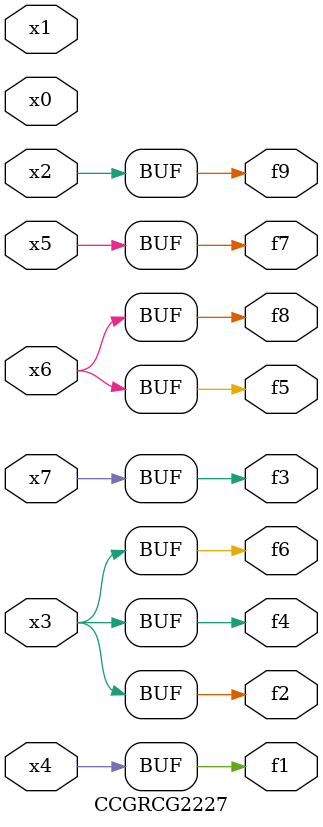
<source format=v>
module CCGRCG2227(
	input x0, x1, x2, x3, x4, x5, x6, x7,
	output f1, f2, f3, f4, f5, f6, f7, f8, f9
);
	assign f1 = x4;
	assign f2 = x3;
	assign f3 = x7;
	assign f4 = x3;
	assign f5 = x6;
	assign f6 = x3;
	assign f7 = x5;
	assign f8 = x6;
	assign f9 = x2;
endmodule

</source>
